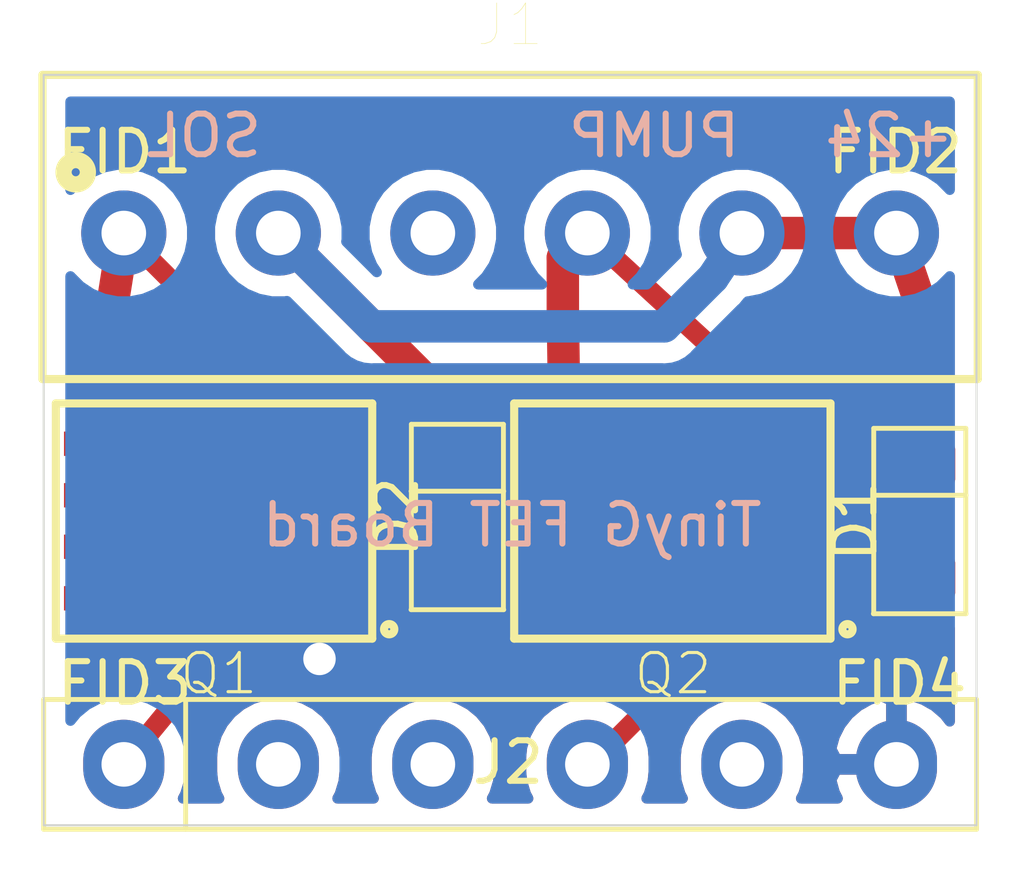
<source format=kicad_pcb>
(kicad_pcb (version 20171130) (host pcbnew "(5.1.4-0-10_14)")

  (general
    (thickness 1.6)
    (drawings 8)
    (tracks 51)
    (zones 0)
    (modules 10)
    (nets 7)
  )

  (page A4)
  (layers
    (0 F.Cu signal)
    (31 B.Cu signal)
    (32 B.Adhes user)
    (33 F.Adhes user)
    (34 B.Paste user)
    (35 F.Paste user)
    (36 B.SilkS user)
    (37 F.SilkS user)
    (38 B.Mask user)
    (39 F.Mask user)
    (40 Dwgs.User user)
    (41 Cmts.User user)
    (42 Eco1.User user)
    (43 Eco2.User user)
    (44 Edge.Cuts user)
    (45 Margin user)
    (46 B.CrtYd user)
    (47 F.CrtYd user)
    (48 B.Fab user)
    (49 F.Fab user)
  )

  (setup
    (last_trace_width 0.25)
    (user_trace_width 0.5)
    (user_trace_width 0.8)
    (trace_clearance 0.2)
    (zone_clearance 0.508)
    (zone_45_only no)
    (trace_min 0.2)
    (via_size 0.8)
    (via_drill 0.4)
    (via_min_size 0.4)
    (via_min_drill 0.3)
    (uvia_size 0.3)
    (uvia_drill 0.1)
    (uvias_allowed no)
    (uvia_min_size 0.2)
    (uvia_min_drill 0.1)
    (edge_width 0.05)
    (segment_width 0.2)
    (pcb_text_width 0.3)
    (pcb_text_size 1.5 1.5)
    (mod_edge_width 0.12)
    (mod_text_size 1 1)
    (mod_text_width 0.15)
    (pad_size 1.524 1.524)
    (pad_drill 0.762)
    (pad_to_mask_clearance 0.05)
    (aux_axis_origin 125 111.5)
    (visible_elements FFFFFF7F)
    (pcbplotparams
      (layerselection 0x010fc_ffffffff)
      (usegerberextensions false)
      (usegerberattributes true)
      (usegerberadvancedattributes true)
      (creategerberjobfile true)
      (excludeedgelayer true)
      (linewidth 0.100000)
      (plotframeref false)
      (viasonmask false)
      (mode 1)
      (useauxorigin false)
      (hpglpennumber 1)
      (hpglpenspeed 20)
      (hpglpendiameter 15.000000)
      (psnegative false)
      (psa4output false)
      (plotreference true)
      (plotvalue true)
      (plotinvisibletext false)
      (padsonsilk false)
      (subtractmaskfromsilk false)
      (outputformat 1)
      (mirror false)
      (drillshape 1)
      (scaleselection 1)
      (outputdirectory ""))
  )

  (net 0 "")
  (net 1 "Net-(D1-Pad2)")
  (net 2 "Net-(D1-Pad1)")
  (net 3 "Net-(J2-Pad6)")
  (net 4 "Net-(J2-Pad4)")
  (net 5 "Net-(J2-Pad1)")
  (net 6 "Net-(D2-Pad2)")

  (net_class Default "This is the default net class."
    (clearance 0.2)
    (trace_width 0.25)
    (via_dia 0.8)
    (via_drill 0.4)
    (uvia_dia 0.3)
    (uvia_drill 0.1)
    (add_net "Net-(D1-Pad1)")
    (add_net "Net-(D1-Pad2)")
    (add_net "Net-(D2-Pad2)")
    (add_net "Net-(J2-Pad1)")
    (add_net "Net-(J2-Pad4)")
    (add_net "Net-(J2-Pad6)")
  )

  (module Fiducial:Fiducial_1mm_Mask2mm (layer F.Cu) (tedit 5C18CB26) (tstamp 5FE6E455)
    (at 146.1 110)
    (descr "Circular Fiducial, 1mm bare copper, 2mm soldermask opening (Level A)")
    (tags fiducial)
    (path /5FE6A401)
    (attr smd)
    (fp_text reference FID4 (at 0 -2) (layer F.SilkS)
      (effects (font (size 1 1) (thickness 0.15)))
    )
    (fp_text value Fiducial (at 0 2) (layer F.Fab)
      (effects (font (size 1 1) (thickness 0.15)))
    )
    (fp_text user %R (at 0 0) (layer F.Fab)
      (effects (font (size 0.4 0.4) (thickness 0.06)))
    )
    (fp_circle (center 0 0) (end 1 0) (layer F.Fab) (width 0.1))
    (fp_circle (center 0 0) (end 1.25 0) (layer F.CrtYd) (width 0.05))
    (pad "" smd circle (at 0 0) (size 1 1) (layers F.Cu F.Mask)
      (solder_mask_margin 0.5) (clearance 0.5))
  )

  (module Fiducial:Fiducial_1mm_Mask2mm (layer F.Cu) (tedit 5C18CB26) (tstamp 5FE6E44D)
    (at 127 110)
    (descr "Circular Fiducial, 1mm bare copper, 2mm soldermask opening (Level A)")
    (tags fiducial)
    (path /5FE68D9A)
    (attr smd)
    (fp_text reference FID3 (at 0 -2) (layer F.SilkS)
      (effects (font (size 1 1) (thickness 0.15)))
    )
    (fp_text value Fiducial (at 0 2) (layer F.Fab)
      (effects (font (size 1 1) (thickness 0.15)))
    )
    (fp_text user %R (at 0 0) (layer F.Fab)
      (effects (font (size 0.4 0.4) (thickness 0.06)))
    )
    (fp_circle (center 0 0) (end 1 0) (layer F.Fab) (width 0.1))
    (fp_circle (center 0 0) (end 1.25 0) (layer F.CrtYd) (width 0.05))
    (pad "" smd circle (at 0 0) (size 1 1) (layers F.Cu F.Mask)
      (solder_mask_margin 0.5) (clearance 0.5))
  )

  (module Fiducial:Fiducial_1mm_Mask2mm (layer F.Cu) (tedit 5C18CB26) (tstamp 5FE6E445)
    (at 146 96.9)
    (descr "Circular Fiducial, 1mm bare copper, 2mm soldermask opening (Level A)")
    (tags fiducial)
    (path /5FE6AAD9)
    (attr smd)
    (fp_text reference FID2 (at 0 -2) (layer F.SilkS)
      (effects (font (size 1 1) (thickness 0.15)))
    )
    (fp_text value Fiducial (at 0 2) (layer F.Fab)
      (effects (font (size 1 1) (thickness 0.15)))
    )
    (fp_text user %R (at 0 0) (layer F.Fab)
      (effects (font (size 0.4 0.4) (thickness 0.06)))
    )
    (fp_circle (center 0 0) (end 1 0) (layer F.Fab) (width 0.1))
    (fp_circle (center 0 0) (end 1.25 0) (layer F.CrtYd) (width 0.05))
    (pad "" smd circle (at 0 0) (size 1 1) (layers F.Cu F.Mask)
      (solder_mask_margin 0.5) (clearance 0.5))
  )

  (module Fiducial:Fiducial_1mm_Mask2mm (layer F.Cu) (tedit 5C18CB26) (tstamp 5FE6E43D)
    (at 127 96.9)
    (descr "Circular Fiducial, 1mm bare copper, 2mm soldermask opening (Level A)")
    (tags fiducial)
    (path /5FE69A7C)
    (attr smd)
    (fp_text reference FID1 (at 0 -2) (layer F.SilkS)
      (effects (font (size 1 1) (thickness 0.15)))
    )
    (fp_text value Fiducial (at 0 2) (layer F.Fab)
      (effects (font (size 1 1) (thickness 0.15)))
    )
    (fp_text user %R (at 0 0) (layer F.Fab)
      (effects (font (size 0.4 0.4) (thickness 0.06)))
    )
    (fp_circle (center 0 0) (end 1 0) (layer F.Fab) (width 0.1))
    (fp_circle (center 0 0) (end 1.25 0) (layer F.CrtYd) (width 0.05))
    (pad "" smd circle (at 0 0) (size 1 1) (layers F.Cu F.Mask)
      (solder_mask_margin 0.5) (clearance 0.5))
  )

  (module Diode_SMD:D_1206_3216Metric (layer F.Cu) (tedit 5FB700BB) (tstamp 5FB2F124)
    (at 146.6 104 270)
    (descr "Diode SMD 1206 (3216 Metric), square (rectangular) end terminal, IPC_7351 nominal, (Body size source: http://www.tortai-tech.com/upload/download/2011102023233369053.pdf), generated with kicad-footprint-generator")
    (tags diode)
    (path /5FAEE23C)
    (attr smd)
    (fp_text reference D1 (at 0 1.6 270) (layer F.SilkS)
      (effects (font (size 1 1) (thickness 0.15)))
    )
    (fp_text value SD1206S0402R0 (at 0 1.82 270) (layer F.Fab)
      (effects (font (size 1 1) (thickness 0.15)))
    )
    (fp_line (start 2.28 1.12) (end -2.28 1.12) (layer F.CrtYd) (width 0.05))
    (fp_line (start 2.28 -1.12) (end 2.28 1.12) (layer F.CrtYd) (width 0.05))
    (fp_line (start -2.28 -1.12) (end 2.28 -1.12) (layer F.CrtYd) (width 0.05))
    (fp_line (start -2.28 1.12) (end -2.28 -1.12) (layer F.CrtYd) (width 0.05))
    (fp_line (start -2.285 1.135) (end 2.285 1.135) (layer F.SilkS) (width 0.12))
    (fp_line (start -2.285 -1.135) (end -2.285 1.135) (layer F.SilkS) (width 0.12))
    (fp_line (start 2.285 -1.135) (end -2.285 -1.135) (layer F.SilkS) (width 0.12))
    (fp_line (start 1.6 0.8) (end 1.6 -0.8) (layer F.Fab) (width 0.1))
    (fp_line (start -1.6 0.8) (end 1.6 0.8) (layer F.Fab) (width 0.1))
    (fp_line (start -1.6 -0.4) (end -1.6 0.8) (layer F.Fab) (width 0.1))
    (fp_line (start -1.2 -0.8) (end -1.6 -0.4) (layer F.Fab) (width 0.1))
    (fp_line (start 1.6 -0.8) (end -1.2 -0.8) (layer F.Fab) (width 0.1))
    (fp_line (start -0.635 -1.143) (end -0.635 1.143) (layer F.SilkS) (width 0.12))
    (fp_line (start 2.286 -1.143) (end 2.286 1.143) (layer F.SilkS) (width 0.12))
    (fp_text user %R (at 0 0 270) (layer F.Fab)
      (effects (font (size 0.8 0.8) (thickness 0.12)))
    )
    (pad 2 smd roundrect (at 1.4 0 270) (size 1.25 1.75) (layers F.Cu F.Paste F.Mask) (roundrect_rratio 0.2)
      (net 1 "Net-(D1-Pad2)"))
    (pad 1 smd roundrect (at -1.4 0 270) (size 1.25 1.75) (layers F.Cu F.Paste F.Mask) (roundrect_rratio 0.2)
      (net 2 "Net-(D1-Pad1)"))
    (model ${KISYS3DMOD}/Diode_SMD.3dshapes/D_1206_3216Metric.wrl
      (at (xyz 0 0 0))
      (scale (xyz 1 1 1))
      (rotate (xyz 0 0 0))
    )
  )

  (module "BJW_Libraries:Wuerth 691243310006" (layer F.Cu) (tedit 5FB6B9F7) (tstamp 5FAE1955)
    (at 136.5 96.9)
    (descr "<b>WR-TBL Serie 2433 - 3.81 mm Horizontal Entry Modular w. Rising Cage Clamp <br></b>Max Height =9.1mm , Pitch 3.81mm , 6 Pins")
    (path /5FADC05D)
    (fp_text reference J1 (at 0 -5.135) (layer F.SilkS)
      (effects (font (size 1 1) (thickness 0.015)))
    )
    (fp_text value Screw_Terminal_01x06 (at 4.12 4.865) (layer F.Fab)
      (effects (font (size 1 1) (thickness 0.015)))
    )
    (fp_line (start -11.43 3.5) (end 11.43 3.5) (layer F.Fab) (width 0.1))
    (fp_line (start -11.43 -3.8) (end 11.43 -3.8) (layer F.Fab) (width 0.1))
    (fp_line (start -11.43 -3.8) (end -11.43 3.5) (layer F.Fab) (width 0.1))
    (fp_line (start 11.43 -3.8) (end 11.43 3.5) (layer F.Fab) (width 0.1))
    (fp_line (start -11.53 -3.9) (end 11.53 -3.9) (layer F.SilkS) (width 0.2))
    (fp_line (start 11.53 -3.9) (end 11.53 3.6) (layer F.SilkS) (width 0.2))
    (fp_line (start 11.53 3.6) (end -11.53 3.6) (layer F.SilkS) (width 0.2))
    (fp_line (start -11.53 3.6) (end -11.53 -3.9) (layer F.SilkS) (width 0.2))
    (fp_circle (center -10.71 -1.5) (end -10.61 -1.5) (layer F.SilkS) (width 0.4))
    (pad 6 thru_hole circle (at 9.525 0) (size 2.1 2.1) (drill 1.1) (layers *.Cu *.Mask)
      (net 2 "Net-(D1-Pad1)"))
    (pad 5 thru_hole circle (at 5.715 0) (size 2.1 2.1) (drill 1.1) (layers *.Cu *.Mask)
      (net 2 "Net-(D1-Pad1)"))
    (pad 4 thru_hole circle (at 1.905 0) (size 2.1 2.1) (drill 1.1) (layers *.Cu *.Mask)
      (net 1 "Net-(D1-Pad2)"))
    (pad 3 thru_hole circle (at -1.905 0) (size 2.1 2.1) (drill 1.1) (layers *.Cu *.Mask))
    (pad 2 thru_hole circle (at -5.715 0) (size 2.1 2.1) (drill 1.1) (layers *.Cu *.Mask)
      (net 2 "Net-(D1-Pad1)"))
    (pad 1 thru_hole circle (at -9.525 0) (size 2.1 2.1) (drill 1.1) (layers *.Cu *.Mask)
      (net 6 "Net-(D2-Pad2)"))
  )

  (module BJW_Libraries:6_Pin_Header_.150 (layer F.Cu) (tedit 5FB6AFE4) (tstamp 5FAE1968)
    (at 136.5 110)
    (path /5FAD7D70)
    (fp_text reference J2 (at -0.05 -0.05) (layer F.SilkS)
      (effects (font (size 1 1) (thickness 0.15)))
    )
    (fp_text value Conn_01x06_Male (at 0 -2.6) (layer F.Fab)
      (effects (font (size 1 1) (thickness 0.15)))
    )
    (fp_line (start -11.25 1.35) (end -11.25 -1.35) (layer F.CrtYd) (width 0.05))
    (fp_line (start 11.25 1.35) (end -11.25 1.35) (layer F.CrtYd) (width 0.05))
    (fp_line (start 11.25 -1.35) (end 11.25 1.35) (layer F.CrtYd) (width 0.05))
    (fp_line (start -11.25 -1.35) (end 11.25 -1.35) (layer F.CrtYd) (width 0.05))
    (fp_line (start -8 -1.6) (end -8 1.6) (layer F.SilkS) (width 0.12))
    (fp_line (start -11.5 1.6) (end -11.5 -1.6) (layer F.SilkS) (width 0.12))
    (fp_line (start 11.5 1.6) (end -11.5 1.6) (layer F.SilkS) (width 0.12))
    (fp_line (start 11.5 -1.6) (end 11.5 1.6) (layer F.SilkS) (width 0.12))
    (fp_line (start -11.5 -1.6) (end 11.5 -1.6) (layer F.SilkS) (width 0.12))
    (pad 6 thru_hole oval (at 9.525 0) (size 2 2.2) (drill 1.1) (layers *.Cu *.Mask)
      (net 3 "Net-(J2-Pad6)"))
    (pad 5 thru_hole oval (at 5.715 0) (size 2 2.2) (drill 1.1) (layers *.Cu *.Mask))
    (pad 4 thru_hole oval (at 1.905 0) (size 2 2.2) (drill 1.1) (layers *.Cu *.Mask)
      (net 4 "Net-(J2-Pad4)"))
    (pad 3 thru_hole oval (at -1.905 0) (size 2 2.2) (drill 1.1) (layers *.Cu *.Mask))
    (pad 2 thru_hole oval (at -5.715 0) (size 2 2.2) (drill 1.1) (layers *.Cu *.Mask))
    (pad 1 thru_hole oval (at -9.525 0) (size 2 2.2) (drill 1.1) (layers *.Cu *.Mask)
      (net 5 "Net-(J2-Pad1)"))
  )

  (module Diode_SMD:D_1206_3216Metric (layer F.Cu) (tedit 5FB700BB) (tstamp 5FB1C9A1)
    (at 135.2 103.9 270)
    (descr "Diode SMD 1206 (3216 Metric), square (rectangular) end terminal, IPC_7351 nominal, (Body size source: http://www.tortai-tech.com/upload/download/2011102023233369053.pdf), generated with kicad-footprint-generator")
    (tags diode)
    (path /5FB1A5A0)
    (attr smd)
    (fp_text reference D2 (at 0 1.5 90) (layer F.SilkS)
      (effects (font (size 1 1) (thickness 0.15)))
    )
    (fp_text value SD1206S0402R0 (at 0 1.82 90) (layer F.Fab)
      (effects (font (size 1 1) (thickness 0.15)))
    )
    (fp_line (start 2.28 1.12) (end -2.28 1.12) (layer F.CrtYd) (width 0.05))
    (fp_line (start 2.28 -1.12) (end 2.28 1.12) (layer F.CrtYd) (width 0.05))
    (fp_line (start -2.28 -1.12) (end 2.28 -1.12) (layer F.CrtYd) (width 0.05))
    (fp_line (start -2.28 1.12) (end -2.28 -1.12) (layer F.CrtYd) (width 0.05))
    (fp_line (start -2.285 1.135) (end 2.285 1.135) (layer F.SilkS) (width 0.12))
    (fp_line (start -2.285 -1.135) (end -2.285 1.135) (layer F.SilkS) (width 0.12))
    (fp_line (start 2.285 -1.135) (end -2.285 -1.135) (layer F.SilkS) (width 0.12))
    (fp_line (start 1.6 0.8) (end 1.6 -0.8) (layer F.Fab) (width 0.1))
    (fp_line (start -1.6 0.8) (end 1.6 0.8) (layer F.Fab) (width 0.1))
    (fp_line (start -1.6 -0.4) (end -1.6 0.8) (layer F.Fab) (width 0.1))
    (fp_line (start -1.2 -0.8) (end -1.6 -0.4) (layer F.Fab) (width 0.1))
    (fp_line (start 1.6 -0.8) (end -1.2 -0.8) (layer F.Fab) (width 0.1))
    (fp_line (start -0.635 -1.143) (end -0.635 1.143) (layer F.SilkS) (width 0.12))
    (fp_line (start 2.286 -1.143) (end 2.286 1.143) (layer F.SilkS) (width 0.12))
    (fp_text user %R (at 0 0 90) (layer F.Fab)
      (effects (font (size 0.8 0.8) (thickness 0.12)))
    )
    (pad 2 smd roundrect (at 1.4 0 270) (size 1.25 1.75) (layers F.Cu F.Paste F.Mask) (roundrect_rratio 0.2)
      (net 6 "Net-(D2-Pad2)"))
    (pad 1 smd roundrect (at -1.4 0 270) (size 1.25 1.75) (layers F.Cu F.Paste F.Mask) (roundrect_rratio 0.2)
      (net 2 "Net-(D1-Pad1)"))
    (model ${KISYS3DMOD}/Diode_SMD.3dshapes/D_1206_3216Metric.wrl
      (at (xyz 0 0 0))
      (scale (xyz 1 1 1))
      (rotate (xyz 0 0 0))
    )
  )

  (module BJW_Libraries:SO-08 (layer F.Cu) (tedit 5DCEE3E9) (tstamp 5FAE2129)
    (at 140.5 104 90)
    (descr "<B>Small Outline Narrow Plastic Gull Wing</B><p>\n150-mil body, package type SN")
    (path /5FAE0192)
    (attr smd)
    (fp_text reference Q2 (at -3.2 -1) (layer F.SilkS)
      (effects (font (size 0.9652 0.9652) (thickness 0.077216)) (justify left top))
    )
    (fp_text value NTMS4920 (at 3.81 -5.08) (layer F.Fab)
      (effects (font (size 1.2065 1.2065) (thickness 0.09652)) (justify left top))
    )
    (fp_circle (center -2.667 4.318) (end -2.54 4.318) (layer F.SilkS) (width 0.2))
    (fp_poly (pts (xy -1 1) (xy 1 1) (xy 1 -1) (xy -1 -1)) (layer F.Adhes) (width 0))
    (fp_poly (pts (xy -2.1501 -2) (xy -1.6599 -2) (xy -1.6599 -3.1001) (xy -2.1501 -3.1001)) (layer F.Fab) (width 0))
    (fp_poly (pts (xy -0.8801 -2) (xy -0.3899 -2) (xy -0.3899 -3.1001) (xy -0.8801 -3.1001)) (layer F.Fab) (width 0))
    (fp_poly (pts (xy 0.3899 -2) (xy 0.8801 -2) (xy 0.8801 -3.1001) (xy 0.3899 -3.1001)) (layer F.Fab) (width 0))
    (fp_poly (pts (xy 1.6599 -2) (xy 2.1501 -2) (xy 2.1501 -3.1001) (xy 1.6599 -3.1001)) (layer F.Fab) (width 0))
    (fp_poly (pts (xy 1.6599 3.1001) (xy 2.1501 3.1001) (xy 2.1501 2) (xy 1.6599 2)) (layer F.Fab) (width 0))
    (fp_poly (pts (xy 0.3899 3.1001) (xy 0.8801 3.1001) (xy 0.8801 2) (xy 0.3899 2)) (layer F.Fab) (width 0))
    (fp_poly (pts (xy -0.8801 3.1001) (xy -0.3899 3.1001) (xy -0.3899 2) (xy -0.8801 2)) (layer F.Fab) (width 0))
    (fp_poly (pts (xy -2.1501 3.1001) (xy -1.6599 3.1001) (xy -1.6599 2) (xy -2.1501 2)) (layer F.Fab) (width 0))
    (fp_line (start 2.4 1.4) (end -2.4 1.4) (layer F.Fab) (width 0.2032))
    (fp_line (start -2.4 -1.9) (end 2.4 -1.9) (layer F.Fab) (width 0.2032))
    (fp_line (start -2.4 1.4) (end -2.4 -1.9) (layer F.Fab) (width 0.2032))
    (fp_line (start -2.4 1.9) (end -2.4 1.4) (layer F.Fab) (width 0.2032))
    (fp_line (start 2.4 1.9) (end -2.4 1.9) (layer F.Fab) (width 0.2032))
    (fp_line (start 2.4 1.4) (end 2.4 1.9) (layer F.Fab) (width 0.2032))
    (fp_line (start 2.4 -1.9) (end 2.4 1.4) (layer F.Fab) (width 0.2032))
    (fp_line (start -2.9 3.9) (end -2.9 -3.9) (layer F.SilkS) (width 0.1998))
    (fp_line (start 2.9 3.9) (end -2.9 3.9) (layer F.SilkS) (width 0.1998))
    (fp_line (start 2.9 -3.9) (end 2.9 3.9) (layer F.SilkS) (width 0.1998))
    (fp_line (start -2.9 -3.9) (end 2.9 -3.9) (layer F.SilkS) (width 0.1998))
    (fp_text user 3d1 (at -1.905 0.635 90) (layer Cmts.User)
      (effects (font (size 0.38608 0.38608) (thickness 0.032512)) (justify left bottom))
    )
    (fp_text user 3d2 (at -1.905 0.635 90) (layer Cmts.User)
      (effects (font (size 0.38608 0.38608) (thickness 0.032512)) (justify left bottom))
    )
    (fp_text user 3d3 (at -1.905 0.635 90) (layer Cmts.User)
      (effects (font (size 0.38608 0.38608) (thickness 0.032512)) (justify left bottom))
    )
    (pad 5 smd rect (at 1.905 -2.6 90) (size 0.6 2.2) (layers F.Cu F.Paste F.Mask)
      (net 1 "Net-(D1-Pad2)") (solder_mask_margin 0.1016))
    (pad 6 smd rect (at 0.635 -2.6 90) (size 0.6 2.2) (layers F.Cu F.Paste F.Mask)
      (net 1 "Net-(D1-Pad2)") (solder_mask_margin 0.1016))
    (pad 8 smd rect (at -1.905 -2.6 90) (size 0.6 2.2) (layers F.Cu F.Paste F.Mask)
      (net 1 "Net-(D1-Pad2)") (solder_mask_margin 0.1016))
    (pad 4 smd rect (at 1.905 2.6 90) (size 0.6 2.2) (layers F.Cu F.Paste F.Mask)
      (net 4 "Net-(J2-Pad4)") (solder_mask_margin 0.1016))
    (pad 3 smd rect (at 0.635 2.6 90) (size 0.6 2.2) (layers F.Cu F.Paste F.Mask)
      (net 3 "Net-(J2-Pad6)") (solder_mask_margin 0.1016))
    (pad 1 smd rect (at -1.905 2.6 90) (size 0.6 2.2) (layers F.Cu F.Paste F.Mask)
      (net 3 "Net-(J2-Pad6)") (solder_mask_margin 0.1016))
    (pad 7 smd rect (at -0.635 -2.6 90) (size 0.6 2.2) (layers F.Cu F.Paste F.Mask)
      (net 1 "Net-(D1-Pad2)") (solder_mask_margin 0.1016))
    (pad 2 smd rect (at -0.635 2.6 90) (size 0.6 2.2) (layers F.Cu F.Paste F.Mask)
      (net 3 "Net-(J2-Pad6)") (solder_mask_margin 0.1016))
    (model ${KISYS3DMOD}/Package_SO.3dshapes/SOIC-8-1EP_3.9x4.9mm_P1.27mm_EP2.35x2.35mm.wrl
      (at (xyz 0 0 0))
      (scale (xyz 1 1 1))
      (rotate (xyz 0 0 -90))
    )
  )

  (module BJW_Libraries:SO-08 (layer F.Cu) (tedit 5DCEE3E9) (tstamp 5FAE2106)
    (at 129.2 104 90)
    (descr "<B>Small Outline Narrow Plastic Gull Wing</B><p>\n150-mil body, package type SN")
    (path /5FADE4CA)
    (attr smd)
    (fp_text reference Q1 (at -3.2 -0.9) (layer F.SilkS)
      (effects (font (size 0.9652 0.9652) (thickness 0.077216)) (justify left top))
    )
    (fp_text value NTMS4920 (at 3.81 -5.08) (layer F.Fab)
      (effects (font (size 1.2065 1.2065) (thickness 0.09652)) (justify left top))
    )
    (fp_circle (center -2.667 4.318) (end -2.54 4.318) (layer F.SilkS) (width 0.2))
    (fp_poly (pts (xy -1 1) (xy 1 1) (xy 1 -1) (xy -1 -1)) (layer F.Adhes) (width 0))
    (fp_poly (pts (xy -2.1501 -2) (xy -1.6599 -2) (xy -1.6599 -3.1001) (xy -2.1501 -3.1001)) (layer F.Fab) (width 0))
    (fp_poly (pts (xy -0.8801 -2) (xy -0.3899 -2) (xy -0.3899 -3.1001) (xy -0.8801 -3.1001)) (layer F.Fab) (width 0))
    (fp_poly (pts (xy 0.3899 -2) (xy 0.8801 -2) (xy 0.8801 -3.1001) (xy 0.3899 -3.1001)) (layer F.Fab) (width 0))
    (fp_poly (pts (xy 1.6599 -2) (xy 2.1501 -2) (xy 2.1501 -3.1001) (xy 1.6599 -3.1001)) (layer F.Fab) (width 0))
    (fp_poly (pts (xy 1.6599 3.1001) (xy 2.1501 3.1001) (xy 2.1501 2) (xy 1.6599 2)) (layer F.Fab) (width 0))
    (fp_poly (pts (xy 0.3899 3.1001) (xy 0.8801 3.1001) (xy 0.8801 2) (xy 0.3899 2)) (layer F.Fab) (width 0))
    (fp_poly (pts (xy -0.8801 3.1001) (xy -0.3899 3.1001) (xy -0.3899 2) (xy -0.8801 2)) (layer F.Fab) (width 0))
    (fp_poly (pts (xy -2.1501 3.1001) (xy -1.6599 3.1001) (xy -1.6599 2) (xy -2.1501 2)) (layer F.Fab) (width 0))
    (fp_line (start 2.4 1.4) (end -2.4 1.4) (layer F.Fab) (width 0.2032))
    (fp_line (start -2.4 -1.9) (end 2.4 -1.9) (layer F.Fab) (width 0.2032))
    (fp_line (start -2.4 1.4) (end -2.4 -1.9) (layer F.Fab) (width 0.2032))
    (fp_line (start -2.4 1.9) (end -2.4 1.4) (layer F.Fab) (width 0.2032))
    (fp_line (start 2.4 1.9) (end -2.4 1.9) (layer F.Fab) (width 0.2032))
    (fp_line (start 2.4 1.4) (end 2.4 1.9) (layer F.Fab) (width 0.2032))
    (fp_line (start 2.4 -1.9) (end 2.4 1.4) (layer F.Fab) (width 0.2032))
    (fp_line (start -2.9 3.9) (end -2.9 -3.9) (layer F.SilkS) (width 0.1998))
    (fp_line (start 2.9 3.9) (end -2.9 3.9) (layer F.SilkS) (width 0.1998))
    (fp_line (start 2.9 -3.9) (end 2.9 3.9) (layer F.SilkS) (width 0.1998))
    (fp_line (start -2.9 -3.9) (end 2.9 -3.9) (layer F.SilkS) (width 0.1998))
    (fp_text user 3d (at -1.905 0.635 90) (layer Cmts.User)
      (effects (font (size 0.38608 0.38608) (thickness 0.032512)) (justify left bottom))
    )
    (fp_text user 3d1 (at -1.905 0.635 90) (layer Cmts.User)
      (effects (font (size 0.38608 0.38608) (thickness 0.032512)) (justify left bottom))
    )
    (fp_text user 3d2 (at -1.905 0.635 90) (layer Cmts.User)
      (effects (font (size 0.38608 0.38608) (thickness 0.032512)) (justify left bottom))
    )
    (pad 5 smd rect (at 1.905 -2.6 90) (size 0.6 2.2) (layers F.Cu F.Paste F.Mask)
      (net 6 "Net-(D2-Pad2)") (solder_mask_margin 0.1016))
    (pad 6 smd rect (at 0.635 -2.6 90) (size 0.6 2.2) (layers F.Cu F.Paste F.Mask)
      (net 6 "Net-(D2-Pad2)") (solder_mask_margin 0.1016))
    (pad 8 smd rect (at -1.905 -2.6 90) (size 0.6 2.2) (layers F.Cu F.Paste F.Mask)
      (net 6 "Net-(D2-Pad2)") (solder_mask_margin 0.1016))
    (pad 4 smd rect (at 1.905 2.6 90) (size 0.6 2.2) (layers F.Cu F.Paste F.Mask)
      (net 5 "Net-(J2-Pad1)") (solder_mask_margin 0.1016))
    (pad 3 smd rect (at 0.635 2.6 90) (size 0.6 2.2) (layers F.Cu F.Paste F.Mask)
      (net 3 "Net-(J2-Pad6)") (solder_mask_margin 0.1016))
    (pad 1 smd rect (at -1.905 2.6 90) (size 0.6 2.2) (layers F.Cu F.Paste F.Mask)
      (net 3 "Net-(J2-Pad6)") (solder_mask_margin 0.1016))
    (pad 7 smd rect (at -0.635 -2.6 90) (size 0.6 2.2) (layers F.Cu F.Paste F.Mask)
      (net 6 "Net-(D2-Pad2)") (solder_mask_margin 0.1016))
    (pad 2 smd rect (at -0.635 2.6 90) (size 0.6 2.2) (layers F.Cu F.Paste F.Mask)
      (net 3 "Net-(J2-Pad6)") (solder_mask_margin 0.1016))
    (model ${KISYS3DMOD}/Package_SO.3dshapes/SOIC-8-1EP_3.9x4.9mm_P1.27mm_EP2.35x2.35mm.wrl
      (at (xyz 0 0 0))
      (scale (xyz 1 1 1))
      (rotate (xyz 0 0 -90))
    )
  )

  (gr_text "TinyG FET Board" (at 136.55 104.1) (layer B.SilkS)
    (effects (font (size 1 1) (thickness 0.15)) (justify mirror))
  )
  (gr_text +24 (at 145.85 94.5) (layer B.SilkS)
    (effects (font (size 1 1) (thickness 0.15)) (justify mirror))
  )
  (gr_text PUMP (at 140.05 94.5) (layer B.SilkS)
    (effects (font (size 1 1) (thickness 0.15)) (justify mirror))
  )
  (gr_text SOL (at 128.95 94.5) (layer B.SilkS)
    (effects (font (size 1 1) (thickness 0.15)) (justify mirror))
  )
  (gr_line (start 125 111.5) (end 125 93) (layer Edge.Cuts) (width 0.05) (tstamp 5FAEB9A5))
  (gr_line (start 148 111.5) (end 125 111.5) (layer Edge.Cuts) (width 0.05))
  (gr_line (start 148 93) (end 148 111.5) (layer Edge.Cuts) (width 0.05))
  (gr_line (start 125 93) (end 148 93) (layer Edge.Cuts) (width 0.05))

  (segment (start 138.405 96.9) (end 138.5 96.5) (width 0.5) (layer F.Cu) (net 1))
  (segment (start 142.1 100.3) (end 138.405 96.9) (width 0.5) (layer F.Cu) (net 1))
  (segment (start 144.1 100.3) (end 142.1 100.3) (width 0.5) (layer F.Cu) (net 1))
  (segment (start 145 101.2) (end 144.1 100.3) (width 0.5) (layer F.Cu) (net 1))
  (segment (start 145 103.8) (end 145 101.2) (width 0.5) (layer F.Cu) (net 1))
  (segment (start 146.6 105.4) (end 145 103.8) (width 0.5) (layer F.Cu) (net 1))
  (segment (start 137.9 97.005) (end 138.405 96.9) (width 0.25) (layer F.Cu) (net 1))
  (segment (start 137.9 105.605) (end 137.8 98.9) (width 0.8) (layer F.Cu) (net 1))
  (segment (start 138.2 105.905) (end 137.9 105.605) (width 0.5) (layer F.Cu) (net 1))
  (segment (start 137.8 97.505) (end 138.405 96.9) (width 0.8) (layer F.Cu) (net 1))
  (segment (start 137.8 98.9) (end 137.8 97.505) (width 0.8) (layer F.Cu) (net 1))
  (segment (start 146.5 102.5) (end 146.6 102.6) (width 0.8) (layer F.Cu) (net 2))
  (segment (start 146.025 96.9) (end 142.215 96.9) (width 0.8) (layer F.Cu) (net 2))
  (segment (start 146.6 98.6) (end 146.025 96.9) (width 0.8) (layer F.Cu) (net 2))
  (segment (start 146.6 102.6) (end 146.6 98.6) (width 0.8) (layer F.Cu) (net 2))
  (segment (start 135.2 101.4) (end 134.8 100.915) (width 0.8) (layer F.Cu) (net 2))
  (segment (start 134.8 100.915) (end 130.785 96.9) (width 0.8) (layer F.Cu) (net 2))
  (segment (start 135.2 102.5) (end 135.2 101.4) (width 0.8) (layer F.Cu) (net 2))
  (segment (start 133.085 99.2) (end 132.28 98.395) (width 0.8) (layer B.Cu) (net 2))
  (segment (start 140.3 99.2) (end 133.085 99.2) (width 0.8) (layer B.Cu) (net 2))
  (segment (start 132.28 98.395) (end 130.785 96.9) (width 0.8) (layer B.Cu) (net 2))
  (segment (start 141.5 98) (end 140.3 99.2) (width 0.8) (layer B.Cu) (net 2))
  (segment (start 142.5 96.5) (end 141.5 98) (width 0.8) (layer B.Cu) (net 2))
  (via (at 131.8 107.4) (size 1) (drill 0.8) (layers F.Cu B.Cu) (net 3))
  (segment (start 131.6 107.4) (end 131.5 107.5) (width 0.25) (layer F.Cu) (net 3) (tstamp 5FAEB9BF))
  (segment (start 131.6 107.4) (end 131.6 107.4) (width 0.25) (layer F.Cu) (net 3))
  (segment (start 131.8 103.365) (end 131.8 104.635) (width 0.8) (layer F.Cu) (net 3))
  (segment (start 131.8 104.635) (end 131.8 105.905) (width 0.8) (layer F.Cu) (net 3))
  (segment (start 131.8 105.905) (end 131.8 107.4) (width 0.8) (layer F.Cu) (net 3))
  (segment (start 143.1 103.365) (end 143.1 104.635) (width 0.8) (layer F.Cu) (net 3))
  (segment (start 143.1 104.635) (end 143.1 105.905) (width 0.8) (layer F.Cu) (net 3))
  (segment (start 140.5 108) (end 138.5 110) (width 0.5) (layer F.Cu) (net 4))
  (segment (start 140.5 103) (end 140.5 108) (width 0.5) (layer F.Cu) (net 4))
  (segment (start 141.405 102.095) (end 140.5 103) (width 0.5) (layer F.Cu) (net 4))
  (segment (start 143.4 102.095) (end 141.405 102.095) (width 0.5) (layer F.Cu) (net 4))
  (segment (start 129.2 107.3) (end 126.975 110) (width 0.5) (layer F.Cu) (net 5))
  (segment (start 129.2 103.1) (end 129.2 107.3) (width 0.5) (layer F.Cu) (net 5))
  (segment (start 130.205 102.095) (end 129.2 103.1) (width 0.5) (layer F.Cu) (net 5))
  (segment (start 131.6 102.095) (end 130.205 102.095) (width 0.5) (layer F.Cu) (net 5))
  (segment (start 126.6 103.365) (end 126.6 104.635) (width 0.8) (layer F.Cu) (net 6))
  (segment (start 126.6 104.635) (end 126.6 105.905) (width 0.8) (layer F.Cu) (net 6))
  (segment (start 126.6 102.095) (end 126.6 103.365) (width 0.8) (layer F.Cu) (net 6))
  (segment (start 132.5 100.3) (end 130.5 100.3) (width 0.5) (layer F.Cu) (net 6))
  (segment (start 133.6 101.4) (end 132.5 100.3) (width 0.5) (layer F.Cu) (net 6))
  (segment (start 135.2 105.3) (end 134.025 105.3) (width 0.5) (layer F.Cu) (net 6))
  (segment (start 133.6 104.875) (end 133.6 101.4) (width 0.5) (layer F.Cu) (net 6))
  (segment (start 134.025 105.3) (end 133.6 104.875) (width 0.5) (layer F.Cu) (net 6))
  (segment (start 130.375 100.3) (end 126.975 96.9) (width 0.5) (layer F.Cu) (net 6))
  (segment (start 126.5 101.995) (end 126.6 102.095) (width 0.8) (layer F.Cu) (net 6))
  (segment (start 126.650359 98.950359) (end 126.6 102.095) (width 0.8) (layer F.Cu) (net 6))
  (segment (start 126.975 96.9) (end 126.650359 98.950359) (width 0.8) (layer F.Cu) (net 6))

  (zone (net 3) (net_name "Net-(J2-Pad6)") (layer F.Cu) (tstamp 0) (hatch edge 0.508)
    (connect_pads (clearance 0.508))
    (min_thickness 0.254)
    (fill yes (arc_segments 32) (thermal_gap 0.508) (thermal_bridge_width 0.508))
    (polygon
      (pts
        (xy 148 111.5) (xy 125 111.5) (xy 125 93.2) (xy 148 93.2)
      )
    )
    (filled_polygon
      (pts
        (xy 131.927 103.238) (xy 131.947 103.238) (xy 131.947 103.492) (xy 131.927 103.492) (xy 131.927 104.508)
        (xy 131.947 104.508) (xy 131.947 104.762) (xy 131.927 104.762) (xy 131.927 105.778) (xy 131.947 105.778)
        (xy 131.947 106.032) (xy 131.927 106.032) (xy 131.927 106.68125) (xy 132.08575 106.84) (xy 132.9 106.843072)
        (xy 133.024482 106.830812) (xy 133.14418 106.794502) (xy 133.254494 106.735537) (xy 133.351185 106.656185) (xy 133.430537 106.559494)
        (xy 133.489502 106.44918) (xy 133.525812 106.329482) (xy 133.538072 106.205) (xy 133.535 106.19075) (xy 133.376252 106.032002)
        (xy 133.521913 106.032002) (xy 133.530941 106.039411) (xy 133.684687 106.121589) (xy 133.836139 106.167532) (xy 133.836595 106.168386)
        (xy 133.947038 106.302962) (xy 134.081614 106.413405) (xy 134.23515 106.495472) (xy 134.401746 106.546008) (xy 134.575 106.563072)
        (xy 135.825 106.563072) (xy 135.998254 106.546008) (xy 136.16485 106.495472) (xy 136.2196 106.466208) (xy 136.269463 106.559494)
        (xy 136.348815 106.656185) (xy 136.445506 106.735537) (xy 136.55582 106.794502) (xy 136.675518 106.830812) (xy 136.8 106.843072)
        (xy 139 106.843072) (xy 139.124482 106.830812) (xy 139.24418 106.794502) (xy 139.354494 106.735537) (xy 139.451185 106.656185)
        (xy 139.530537 106.559494) (xy 139.589502 106.44918) (xy 139.615001 106.365122) (xy 139.615001 107.63342) (xy 138.905244 108.343177)
        (xy 138.725515 108.288657) (xy 138.405 108.257089) (xy 138.084484 108.288657) (xy 137.776285 108.382148) (xy 137.492248 108.533969)
        (xy 137.243286 108.738286) (xy 137.038969 108.987249) (xy 136.887148 109.271286) (xy 136.793657 109.579485) (xy 136.77 109.819679)
        (xy 136.77 110.180322) (xy 136.793657 110.420516) (xy 136.887148 110.728715) (xy 136.946631 110.84) (xy 136.053369 110.84)
        (xy 136.112852 110.728714) (xy 136.206343 110.420515) (xy 136.23 110.180321) (xy 136.23 109.819678) (xy 136.206343 109.579484)
        (xy 136.112852 109.271285) (xy 135.961031 108.987248) (xy 135.756714 108.738286) (xy 135.507751 108.533969) (xy 135.223714 108.382148)
        (xy 134.915515 108.288657) (xy 134.595 108.257089) (xy 134.274484 108.288657) (xy 133.966285 108.382148) (xy 133.682248 108.533969)
        (xy 133.433286 108.738286) (xy 133.228969 108.987249) (xy 133.077148 109.271286) (xy 132.983657 109.579485) (xy 132.96 109.819679)
        (xy 132.96 110.180322) (xy 132.983657 110.420516) (xy 133.077148 110.728715) (xy 133.136631 110.84) (xy 132.243369 110.84)
        (xy 132.302852 110.728714) (xy 132.396343 110.420515) (xy 132.42 110.180321) (xy 132.42 109.819678) (xy 132.396343 109.579484)
        (xy 132.302852 109.271285) (xy 132.151031 108.987248) (xy 131.946714 108.738286) (xy 131.697751 108.533969) (xy 131.413714 108.382148)
        (xy 131.105515 108.288657) (xy 130.785 108.257089) (xy 130.464484 108.288657) (xy 130.156285 108.382148) (xy 129.872248 108.533969)
        (xy 129.623286 108.738286) (xy 129.418969 108.987249) (xy 129.267148 109.271286) (xy 129.173657 109.579485) (xy 129.15 109.819679)
        (xy 129.15 110.180322) (xy 129.173657 110.420516) (xy 129.267148 110.728715) (xy 129.326631 110.84) (xy 128.433369 110.84)
        (xy 128.492852 110.728714) (xy 128.586343 110.420515) (xy 128.61 110.180321) (xy 128.61 109.819678) (xy 128.586343 109.579484)
        (xy 128.554587 109.474799) (xy 129.828118 107.929391) (xy 129.828817 107.928817) (xy 129.883628 107.86203) (xy 129.910624 107.829271)
        (xy 129.911122 107.828529) (xy 129.939411 107.794059) (xy 129.959582 107.756321) (xy 129.983425 107.720794) (xy 130.000571 107.679635)
        (xy 130.021589 107.640313) (xy 130.034011 107.599364) (xy 130.050464 107.559869) (xy 130.05925 107.516165) (xy 130.072195 107.47349)
        (xy 130.07639 107.4309) (xy 130.084821 107.388958) (xy 130.084911 107.344381) (xy 130.085 107.343477) (xy 130.085 107.300308)
        (xy 130.085173 107.214629) (xy 130.085 107.21375) (xy 130.085 106.365124) (xy 130.110498 106.44918) (xy 130.169463 106.559494)
        (xy 130.248815 106.656185) (xy 130.345506 106.735537) (xy 130.45582 106.794502) (xy 130.575518 106.830812) (xy 130.7 106.843072)
        (xy 131.51425 106.84) (xy 131.673 106.68125) (xy 131.673 106.032) (xy 131.653 106.032) (xy 131.653 105.778)
        (xy 131.673 105.778) (xy 131.673 104.762) (xy 131.653 104.762) (xy 131.653 104.508) (xy 131.673 104.508)
        (xy 131.673 103.492) (xy 131.653 103.492) (xy 131.653 103.238) (xy 131.673 103.238) (xy 131.673 103.218)
        (xy 131.927 103.218)
      )
    )
    (filled_polygon
      (pts
        (xy 143.227 103.238) (xy 143.247 103.238) (xy 143.247 103.492) (xy 143.227 103.492) (xy 143.227 104.508)
        (xy 143.247 104.508) (xy 143.247 104.762) (xy 143.227 104.762) (xy 143.227 105.778) (xy 144.67625 105.778)
        (xy 144.835 105.61925) (xy 144.838072 105.605) (xy 144.825812 105.480518) (xy 144.789502 105.36082) (xy 144.740957 105.27)
        (xy 144.789502 105.17918) (xy 144.825812 105.059482) (xy 144.838072 104.935) (xy 144.835 104.92075) (xy 144.676252 104.762002)
        (xy 144.710424 104.762002) (xy 145.086928 105.138506) (xy 145.086928 105.775) (xy 145.103992 105.948254) (xy 145.154528 106.11485)
        (xy 145.236595 106.268386) (xy 145.347038 106.402962) (xy 145.481614 106.513405) (xy 145.63515 106.595472) (xy 145.801746 106.646008)
        (xy 145.975 106.663072) (xy 147.225 106.663072) (xy 147.340001 106.651745) (xy 147.340001 108.941453) (xy 147.20652 108.771045)
        (xy 146.963569 108.562234) (xy 146.684549 108.404833) (xy 146.405434 108.309876) (xy 146.152 108.429223) (xy 146.152 109.873)
        (xy 146.172 109.873) (xy 146.172 110.127) (xy 146.152 110.127) (xy 146.152 110.147) (xy 145.898 110.147)
        (xy 145.898 110.127) (xy 144.549798 110.127) (xy 144.415388 110.382274) (xy 144.501385 110.69087) (xy 144.576787 110.84)
        (xy 143.673369 110.84) (xy 143.732852 110.728714) (xy 143.826343 110.420515) (xy 143.85 110.180321) (xy 143.85 109.819678)
        (xy 143.83011 109.617726) (xy 144.415388 109.617726) (xy 144.549798 109.873) (xy 145.898 109.873) (xy 145.898 108.429223)
        (xy 145.644566 108.309876) (xy 145.365451 108.404833) (xy 145.086431 108.562234) (xy 144.84348 108.771045) (xy 144.645934 109.023241)
        (xy 144.501385 109.30913) (xy 144.415388 109.617726) (xy 143.83011 109.617726) (xy 143.826343 109.579484) (xy 143.732852 109.271285)
        (xy 143.581031 108.987248) (xy 143.376714 108.738286) (xy 143.127751 108.533969) (xy 142.843714 108.382148) (xy 142.535515 108.288657)
        (xy 142.215 108.257089) (xy 141.894484 108.288657) (xy 141.586285 108.382148) (xy 141.302248 108.533969) (xy 141.053286 108.738286)
        (xy 140.848969 108.987249) (xy 140.697148 109.271286) (xy 140.603657 109.579485) (xy 140.58 109.819679) (xy 140.58 110.180322)
        (xy 140.603657 110.420516) (xy 140.697148 110.728715) (xy 140.756631 110.84) (xy 139.863369 110.84) (xy 139.922852 110.728714)
        (xy 140.016343 110.420515) (xy 140.04 110.180321) (xy 140.04 109.819678) (xy 140.030308 109.721271) (xy 141.095049 108.65653)
        (xy 141.128817 108.628817) (xy 141.239411 108.494059) (xy 141.321589 108.340313) (xy 141.372195 108.17349) (xy 141.385 108.043477)
        (xy 141.385 108.043467) (xy 141.389281 108.000001) (xy 141.385 107.956535) (xy 141.385 106.365124) (xy 141.410498 106.44918)
        (xy 141.469463 106.559494) (xy 141.548815 106.656185) (xy 141.645506 106.735537) (xy 141.75582 106.794502) (xy 141.875518 106.830812)
        (xy 142 106.843072) (xy 142.81425 106.84) (xy 142.973 106.68125) (xy 142.973 106.032) (xy 143.227 106.032)
        (xy 143.227 106.68125) (xy 143.38575 106.84) (xy 144.2 106.843072) (xy 144.324482 106.830812) (xy 144.44418 106.794502)
        (xy 144.554494 106.735537) (xy 144.651185 106.656185) (xy 144.730537 106.559494) (xy 144.789502 106.44918) (xy 144.825812 106.329482)
        (xy 144.838072 106.205) (xy 144.835 106.19075) (xy 144.67625 106.032) (xy 143.227 106.032) (xy 142.973 106.032)
        (xy 142.953 106.032) (xy 142.953 105.778) (xy 142.973 105.778) (xy 142.973 104.762) (xy 142.953 104.762)
        (xy 142.953 104.508) (xy 142.973 104.508) (xy 142.973 103.492) (xy 142.953 103.492) (xy 142.953 103.238)
        (xy 142.973 103.238) (xy 142.973 103.218) (xy 143.227 103.218)
      )
    )
  )
  (zone (net 3) (net_name "Net-(J2-Pad6)") (layer B.Cu) (tstamp 5FAEB9A7) (hatch edge 0.508)
    (connect_pads (clearance 0.508))
    (min_thickness 0.254)
    (fill yes (arc_segments 32) (thermal_gap 0.508) (thermal_bridge_width 0.508))
    (polygon
      (pts
        (xy 148 111.5) (xy 125 111.5) (xy 125 93.2) (xy 148 93.2)
      )
    )
    (filled_polygon
      (pts
        (xy 147.34 95.835117) (xy 147.333825 95.825875) (xy 147.099125 95.591175) (xy 146.823147 95.406772) (xy 146.516496 95.279754)
        (xy 146.190958 95.215) (xy 145.859042 95.215) (xy 145.533504 95.279754) (xy 145.226853 95.406772) (xy 144.950875 95.591175)
        (xy 144.716175 95.825875) (xy 144.531772 96.101853) (xy 144.404754 96.408504) (xy 144.34 96.734042) (xy 144.34 97.065958)
        (xy 144.404754 97.391496) (xy 144.531772 97.698147) (xy 144.716175 97.974125) (xy 144.950875 98.208825) (xy 145.226853 98.393228)
        (xy 145.533504 98.520246) (xy 145.859042 98.585) (xy 146.190958 98.585) (xy 146.516496 98.520246) (xy 146.823147 98.393228)
        (xy 147.099125 98.208825) (xy 147.333825 97.974125) (xy 147.34 97.964883) (xy 147.340001 108.941453) (xy 147.20652 108.771045)
        (xy 146.963569 108.562234) (xy 146.684549 108.404833) (xy 146.405434 108.309876) (xy 146.152 108.429223) (xy 146.152 109.873)
        (xy 146.172 109.873) (xy 146.172 110.127) (xy 146.152 110.127) (xy 146.152 110.147) (xy 145.898 110.147)
        (xy 145.898 110.127) (xy 144.549798 110.127) (xy 144.415388 110.382274) (xy 144.501385 110.69087) (xy 144.576787 110.84)
        (xy 143.673369 110.84) (xy 143.732852 110.728714) (xy 143.826343 110.420515) (xy 143.85 110.180321) (xy 143.85 109.819678)
        (xy 143.83011 109.617726) (xy 144.415388 109.617726) (xy 144.549798 109.873) (xy 145.898 109.873) (xy 145.898 108.429223)
        (xy 145.644566 108.309876) (xy 145.365451 108.404833) (xy 145.086431 108.562234) (xy 144.84348 108.771045) (xy 144.645934 109.023241)
        (xy 144.501385 109.30913) (xy 144.415388 109.617726) (xy 143.83011 109.617726) (xy 143.826343 109.579484) (xy 143.732852 109.271285)
        (xy 143.581031 108.987248) (xy 143.376714 108.738286) (xy 143.127751 108.533969) (xy 142.843714 108.382148) (xy 142.535515 108.288657)
        (xy 142.215 108.257089) (xy 141.894484 108.288657) (xy 141.586285 108.382148) (xy 141.302248 108.533969) (xy 141.053286 108.738286)
        (xy 140.848969 108.987249) (xy 140.697148 109.271286) (xy 140.603657 109.579485) (xy 140.58 109.819679) (xy 140.58 110.180322)
        (xy 140.603657 110.420516) (xy 140.697148 110.728715) (xy 140.756631 110.84) (xy 139.863369 110.84) (xy 139.922852 110.728714)
        (xy 140.016343 110.420515) (xy 140.04 110.180321) (xy 140.04 109.819678) (xy 140.016343 109.579484) (xy 139.922852 109.271285)
        (xy 139.771031 108.987248) (xy 139.566714 108.738286) (xy 139.317751 108.533969) (xy 139.033714 108.382148) (xy 138.725515 108.288657)
        (xy 138.405 108.257089) (xy 138.084484 108.288657) (xy 137.776285 108.382148) (xy 137.492248 108.533969) (xy 137.243286 108.738286)
        (xy 137.038969 108.987249) (xy 136.887148 109.271286) (xy 136.793657 109.579485) (xy 136.77 109.819679) (xy 136.77 110.180322)
        (xy 136.793657 110.420516) (xy 136.887148 110.728715) (xy 136.946631 110.84) (xy 136.053369 110.84) (xy 136.112852 110.728714)
        (xy 136.206343 110.420515) (xy 136.23 110.180321) (xy 136.23 109.819678) (xy 136.206343 109.579484) (xy 136.112852 109.271285)
        (xy 135.961031 108.987248) (xy 135.756714 108.738286) (xy 135.507751 108.533969) (xy 135.223714 108.382148) (xy 134.915515 108.288657)
        (xy 134.595 108.257089) (xy 134.274484 108.288657) (xy 133.966285 108.382148) (xy 133.682248 108.533969) (xy 133.433286 108.738286)
        (xy 133.228969 108.987249) (xy 133.077148 109.271286) (xy 132.983657 109.579485) (xy 132.96 109.819679) (xy 132.96 110.180322)
        (xy 132.983657 110.420516) (xy 133.077148 110.728715) (xy 133.136631 110.84) (xy 132.243369 110.84) (xy 132.302852 110.728714)
        (xy 132.396343 110.420515) (xy 132.42 110.180321) (xy 132.42 109.819678) (xy 132.396343 109.579484) (xy 132.302852 109.271285)
        (xy 132.151031 108.987248) (xy 131.946714 108.738286) (xy 131.697751 108.533969) (xy 131.413714 108.382148) (xy 131.105515 108.288657)
        (xy 130.785 108.257089) (xy 130.464484 108.288657) (xy 130.156285 108.382148) (xy 129.872248 108.533969) (xy 129.623286 108.738286)
        (xy 129.418969 108.987249) (xy 129.267148 109.271286) (xy 129.173657 109.579485) (xy 129.15 109.819679) (xy 129.15 110.180322)
        (xy 129.173657 110.420516) (xy 129.267148 110.728715) (xy 129.326631 110.84) (xy 128.433369 110.84) (xy 128.492852 110.728714)
        (xy 128.586343 110.420515) (xy 128.61 110.180321) (xy 128.61 109.819678) (xy 128.586343 109.579484) (xy 128.492852 109.271285)
        (xy 128.341031 108.987248) (xy 128.136714 108.738286) (xy 127.887751 108.533969) (xy 127.603714 108.382148) (xy 127.295515 108.288657)
        (xy 126.975 108.257089) (xy 126.654484 108.288657) (xy 126.346285 108.382148) (xy 126.062248 108.533969) (xy 125.813286 108.738286)
        (xy 125.66 108.925067) (xy 125.66 97.964883) (xy 125.666175 97.974125) (xy 125.900875 98.208825) (xy 126.176853 98.393228)
        (xy 126.483504 98.520246) (xy 126.809042 98.585) (xy 127.140958 98.585) (xy 127.466496 98.520246) (xy 127.773147 98.393228)
        (xy 128.049125 98.208825) (xy 128.283825 97.974125) (xy 128.468228 97.698147) (xy 128.595246 97.391496) (xy 128.66 97.065958)
        (xy 128.66 96.734042) (xy 129.1 96.734042) (xy 129.1 97.065958) (xy 129.164754 97.391496) (xy 129.291772 97.698147)
        (xy 129.476175 97.974125) (xy 129.710875 98.208825) (xy 129.986853 98.393228) (xy 130.293504 98.520246) (xy 130.619042 98.585)
        (xy 130.950958 98.585) (xy 130.997109 98.57582) (xy 131.584092 99.162803) (xy 131.584097 99.162807) (xy 132.317197 99.895908)
        (xy 132.349604 99.935396) (xy 132.389092 99.967803) (xy 132.507202 100.064734) (xy 132.603309 100.116104) (xy 132.687007 100.160841)
        (xy 132.882105 100.220024) (xy 133.034162 100.235) (xy 133.034164 100.235) (xy 133.085 100.240007) (xy 133.135835 100.235)
        (xy 140.249172 100.235) (xy 140.3 100.240006) (xy 140.350828 100.235) (xy 140.350838 100.235) (xy 140.502895 100.220024)
        (xy 140.697993 100.160841) (xy 140.877797 100.064734) (xy 141.035396 99.935396) (xy 141.067807 99.895903) (xy 142.196295 98.767416)
        (xy 142.236165 98.734626) (xy 142.300132 98.656516) (xy 142.358823 98.585) (xy 142.380958 98.585) (xy 142.706496 98.520246)
        (xy 143.013147 98.393228) (xy 143.289125 98.208825) (xy 143.523825 97.974125) (xy 143.708228 97.698147) (xy 143.835246 97.391496)
        (xy 143.9 97.065958) (xy 143.9 96.734042) (xy 143.835246 96.408504) (xy 143.708228 96.101853) (xy 143.523825 95.825875)
        (xy 143.289125 95.591175) (xy 143.013147 95.406772) (xy 142.706496 95.279754) (xy 142.380958 95.215) (xy 142.049042 95.215)
        (xy 141.723504 95.279754) (xy 141.416853 95.406772) (xy 141.140875 95.591175) (xy 140.906175 95.825875) (xy 140.721772 96.101853)
        (xy 140.594754 96.408504) (xy 140.53 96.734042) (xy 140.53 97.065958) (xy 140.594754 97.391496) (xy 140.60941 97.426879)
        (xy 139.87129 98.165) (xy 139.52295 98.165) (xy 139.713825 97.974125) (xy 139.898228 97.698147) (xy 140.025246 97.391496)
        (xy 140.09 97.065958) (xy 140.09 96.734042) (xy 140.025246 96.408504) (xy 139.898228 96.101853) (xy 139.713825 95.825875)
        (xy 139.479125 95.591175) (xy 139.203147 95.406772) (xy 138.896496 95.279754) (xy 138.570958 95.215) (xy 138.239042 95.215)
        (xy 137.913504 95.279754) (xy 137.606853 95.406772) (xy 137.330875 95.591175) (xy 137.096175 95.825875) (xy 136.911772 96.101853)
        (xy 136.784754 96.408504) (xy 136.72 96.734042) (xy 136.72 97.065958) (xy 136.784754 97.391496) (xy 136.911772 97.698147)
        (xy 137.096175 97.974125) (xy 137.28705 98.165) (xy 135.71295 98.165) (xy 135.903825 97.974125) (xy 136.088228 97.698147)
        (xy 136.215246 97.391496) (xy 136.28 97.065958) (xy 136.28 96.734042) (xy 136.215246 96.408504) (xy 136.088228 96.101853)
        (xy 135.903825 95.825875) (xy 135.669125 95.591175) (xy 135.393147 95.406772) (xy 135.086496 95.279754) (xy 134.760958 95.215)
        (xy 134.429042 95.215) (xy 134.103504 95.279754) (xy 133.796853 95.406772) (xy 133.520875 95.591175) (xy 133.286175 95.825875)
        (xy 133.101772 96.101853) (xy 132.974754 96.408504) (xy 132.91 96.734042) (xy 132.91 97.065958) (xy 132.974754 97.391496)
        (xy 133.101772 97.698147) (xy 133.212353 97.863643) (xy 133.047807 97.699097) (xy 133.047803 97.699092) (xy 132.46082 97.112109)
        (xy 132.47 97.065958) (xy 132.47 96.734042) (xy 132.405246 96.408504) (xy 132.278228 96.101853) (xy 132.093825 95.825875)
        (xy 131.859125 95.591175) (xy 131.583147 95.406772) (xy 131.276496 95.279754) (xy 130.950958 95.215) (xy 130.619042 95.215)
        (xy 130.293504 95.279754) (xy 129.986853 95.406772) (xy 129.710875 95.591175) (xy 129.476175 95.825875) (xy 129.291772 96.101853)
        (xy 129.164754 96.408504) (xy 129.1 96.734042) (xy 128.66 96.734042) (xy 128.595246 96.408504) (xy 128.468228 96.101853)
        (xy 128.283825 95.825875) (xy 128.049125 95.591175) (xy 127.773147 95.406772) (xy 127.466496 95.279754) (xy 127.140958 95.215)
        (xy 126.809042 95.215) (xy 126.483504 95.279754) (xy 126.176853 95.406772) (xy 125.900875 95.591175) (xy 125.666175 95.825875)
        (xy 125.66 95.835117) (xy 125.66 93.66) (xy 147.34 93.66)
      )
    )
  )
)

</source>
